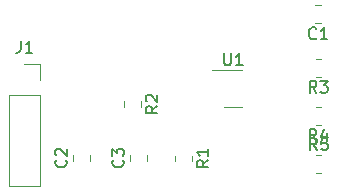
<source format=gbr>
%TF.GenerationSoftware,KiCad,Pcbnew,7.0.9*%
%TF.CreationDate,2024-01-31T11:52:48-08:00*%
%TF.ProjectId,breakout,62726561-6b6f-4757-942e-6b696361645f,rev?*%
%TF.SameCoordinates,Original*%
%TF.FileFunction,Legend,Top*%
%TF.FilePolarity,Positive*%
%FSLAX46Y46*%
G04 Gerber Fmt 4.6, Leading zero omitted, Abs format (unit mm)*
G04 Created by KiCad (PCBNEW 7.0.9) date 2024-01-31 11:52:48*
%MOMM*%
%LPD*%
G01*
G04 APERTURE LIST*
%ADD10C,0.150000*%
%ADD11C,0.120000*%
G04 APERTURE END LIST*
D10*
X147198595Y-88428819D02*
X147198595Y-89238342D01*
X147198595Y-89238342D02*
X147246214Y-89333580D01*
X147246214Y-89333580D02*
X147293833Y-89381200D01*
X147293833Y-89381200D02*
X147389071Y-89428819D01*
X147389071Y-89428819D02*
X147579547Y-89428819D01*
X147579547Y-89428819D02*
X147674785Y-89381200D01*
X147674785Y-89381200D02*
X147722404Y-89333580D01*
X147722404Y-89333580D02*
X147770023Y-89238342D01*
X147770023Y-89238342D02*
X147770023Y-88428819D01*
X148770023Y-89428819D02*
X148198595Y-89428819D01*
X148484309Y-89428819D02*
X148484309Y-88428819D01*
X148484309Y-88428819D02*
X148389071Y-88571676D01*
X148389071Y-88571676D02*
X148293833Y-88666914D01*
X148293833Y-88666914D02*
X148198595Y-88714533D01*
X155043333Y-96594819D02*
X154710000Y-96118628D01*
X154471905Y-96594819D02*
X154471905Y-95594819D01*
X154471905Y-95594819D02*
X154852857Y-95594819D01*
X154852857Y-95594819D02*
X154948095Y-95642438D01*
X154948095Y-95642438D02*
X154995714Y-95690057D01*
X154995714Y-95690057D02*
X155043333Y-95785295D01*
X155043333Y-95785295D02*
X155043333Y-95928152D01*
X155043333Y-95928152D02*
X154995714Y-96023390D01*
X154995714Y-96023390D02*
X154948095Y-96071009D01*
X154948095Y-96071009D02*
X154852857Y-96118628D01*
X154852857Y-96118628D02*
X154471905Y-96118628D01*
X155948095Y-95594819D02*
X155471905Y-95594819D01*
X155471905Y-95594819D02*
X155424286Y-96071009D01*
X155424286Y-96071009D02*
X155471905Y-96023390D01*
X155471905Y-96023390D02*
X155567143Y-95975771D01*
X155567143Y-95975771D02*
X155805238Y-95975771D01*
X155805238Y-95975771D02*
X155900476Y-96023390D01*
X155900476Y-96023390D02*
X155948095Y-96071009D01*
X155948095Y-96071009D02*
X155995714Y-96166247D01*
X155995714Y-96166247D02*
X155995714Y-96404342D01*
X155995714Y-96404342D02*
X155948095Y-96499580D01*
X155948095Y-96499580D02*
X155900476Y-96547200D01*
X155900476Y-96547200D02*
X155805238Y-96594819D01*
X155805238Y-96594819D02*
X155567143Y-96594819D01*
X155567143Y-96594819D02*
X155471905Y-96547200D01*
X155471905Y-96547200D02*
X155424286Y-96499580D01*
X155027333Y-95830819D02*
X154694000Y-95354628D01*
X154455905Y-95830819D02*
X154455905Y-94830819D01*
X154455905Y-94830819D02*
X154836857Y-94830819D01*
X154836857Y-94830819D02*
X154932095Y-94878438D01*
X154932095Y-94878438D02*
X154979714Y-94926057D01*
X154979714Y-94926057D02*
X155027333Y-95021295D01*
X155027333Y-95021295D02*
X155027333Y-95164152D01*
X155027333Y-95164152D02*
X154979714Y-95259390D01*
X154979714Y-95259390D02*
X154932095Y-95307009D01*
X154932095Y-95307009D02*
X154836857Y-95354628D01*
X154836857Y-95354628D02*
X154455905Y-95354628D01*
X155884476Y-95164152D02*
X155884476Y-95830819D01*
X155646381Y-94783200D02*
X155408286Y-95497485D01*
X155408286Y-95497485D02*
X156027333Y-95497485D01*
X155027333Y-91750819D02*
X154694000Y-91274628D01*
X154455905Y-91750819D02*
X154455905Y-90750819D01*
X154455905Y-90750819D02*
X154836857Y-90750819D01*
X154836857Y-90750819D02*
X154932095Y-90798438D01*
X154932095Y-90798438D02*
X154979714Y-90846057D01*
X154979714Y-90846057D02*
X155027333Y-90941295D01*
X155027333Y-90941295D02*
X155027333Y-91084152D01*
X155027333Y-91084152D02*
X154979714Y-91179390D01*
X154979714Y-91179390D02*
X154932095Y-91227009D01*
X154932095Y-91227009D02*
X154836857Y-91274628D01*
X154836857Y-91274628D02*
X154455905Y-91274628D01*
X155360667Y-90750819D02*
X155979714Y-90750819D01*
X155979714Y-90750819D02*
X155646381Y-91131771D01*
X155646381Y-91131771D02*
X155789238Y-91131771D01*
X155789238Y-91131771D02*
X155884476Y-91179390D01*
X155884476Y-91179390D02*
X155932095Y-91227009D01*
X155932095Y-91227009D02*
X155979714Y-91322247D01*
X155979714Y-91322247D02*
X155979714Y-91560342D01*
X155979714Y-91560342D02*
X155932095Y-91655580D01*
X155932095Y-91655580D02*
X155884476Y-91703200D01*
X155884476Y-91703200D02*
X155789238Y-91750819D01*
X155789238Y-91750819D02*
X155503524Y-91750819D01*
X155503524Y-91750819D02*
X155408286Y-91703200D01*
X155408286Y-91703200D02*
X155360667Y-91655580D01*
X141550819Y-92876666D02*
X141074628Y-93209999D01*
X141550819Y-93448094D02*
X140550819Y-93448094D01*
X140550819Y-93448094D02*
X140550819Y-93067142D01*
X140550819Y-93067142D02*
X140598438Y-92971904D01*
X140598438Y-92971904D02*
X140646057Y-92924285D01*
X140646057Y-92924285D02*
X140741295Y-92876666D01*
X140741295Y-92876666D02*
X140884152Y-92876666D01*
X140884152Y-92876666D02*
X140979390Y-92924285D01*
X140979390Y-92924285D02*
X141027009Y-92971904D01*
X141027009Y-92971904D02*
X141074628Y-93067142D01*
X141074628Y-93067142D02*
X141074628Y-93448094D01*
X140646057Y-92495713D02*
X140598438Y-92448094D01*
X140598438Y-92448094D02*
X140550819Y-92352856D01*
X140550819Y-92352856D02*
X140550819Y-92114761D01*
X140550819Y-92114761D02*
X140598438Y-92019523D01*
X140598438Y-92019523D02*
X140646057Y-91971904D01*
X140646057Y-91971904D02*
X140741295Y-91924285D01*
X140741295Y-91924285D02*
X140836533Y-91924285D01*
X140836533Y-91924285D02*
X140979390Y-91971904D01*
X140979390Y-91971904D02*
X141550819Y-92543332D01*
X141550819Y-92543332D02*
X141550819Y-91924285D01*
X145868819Y-97464666D02*
X145392628Y-97797999D01*
X145868819Y-98036094D02*
X144868819Y-98036094D01*
X144868819Y-98036094D02*
X144868819Y-97655142D01*
X144868819Y-97655142D02*
X144916438Y-97559904D01*
X144916438Y-97559904D02*
X144964057Y-97512285D01*
X144964057Y-97512285D02*
X145059295Y-97464666D01*
X145059295Y-97464666D02*
X145202152Y-97464666D01*
X145202152Y-97464666D02*
X145297390Y-97512285D01*
X145297390Y-97512285D02*
X145345009Y-97559904D01*
X145345009Y-97559904D02*
X145392628Y-97655142D01*
X145392628Y-97655142D02*
X145392628Y-98036094D01*
X145868819Y-96512285D02*
X145868819Y-97083713D01*
X145868819Y-96797999D02*
X144868819Y-96797999D01*
X144868819Y-96797999D02*
X145011676Y-96893237D01*
X145011676Y-96893237D02*
X145106914Y-96988475D01*
X145106914Y-96988475D02*
X145154533Y-97083713D01*
X129968666Y-87362819D02*
X129968666Y-88077104D01*
X129968666Y-88077104D02*
X129921047Y-88219961D01*
X129921047Y-88219961D02*
X129825809Y-88315200D01*
X129825809Y-88315200D02*
X129682952Y-88362819D01*
X129682952Y-88362819D02*
X129587714Y-88362819D01*
X130968666Y-88362819D02*
X130397238Y-88362819D01*
X130682952Y-88362819D02*
X130682952Y-87362819D01*
X130682952Y-87362819D02*
X130587714Y-87505676D01*
X130587714Y-87505676D02*
X130492476Y-87600914D01*
X130492476Y-87600914D02*
X130397238Y-87648533D01*
X138633580Y-97448666D02*
X138681200Y-97496285D01*
X138681200Y-97496285D02*
X138728819Y-97639142D01*
X138728819Y-97639142D02*
X138728819Y-97734380D01*
X138728819Y-97734380D02*
X138681200Y-97877237D01*
X138681200Y-97877237D02*
X138585961Y-97972475D01*
X138585961Y-97972475D02*
X138490723Y-98020094D01*
X138490723Y-98020094D02*
X138300247Y-98067713D01*
X138300247Y-98067713D02*
X138157390Y-98067713D01*
X138157390Y-98067713D02*
X137966914Y-98020094D01*
X137966914Y-98020094D02*
X137871676Y-97972475D01*
X137871676Y-97972475D02*
X137776438Y-97877237D01*
X137776438Y-97877237D02*
X137728819Y-97734380D01*
X137728819Y-97734380D02*
X137728819Y-97639142D01*
X137728819Y-97639142D02*
X137776438Y-97496285D01*
X137776438Y-97496285D02*
X137824057Y-97448666D01*
X137728819Y-97115332D02*
X137728819Y-96496285D01*
X137728819Y-96496285D02*
X138109771Y-96829618D01*
X138109771Y-96829618D02*
X138109771Y-96686761D01*
X138109771Y-96686761D02*
X138157390Y-96591523D01*
X138157390Y-96591523D02*
X138205009Y-96543904D01*
X138205009Y-96543904D02*
X138300247Y-96496285D01*
X138300247Y-96496285D02*
X138538342Y-96496285D01*
X138538342Y-96496285D02*
X138633580Y-96543904D01*
X138633580Y-96543904D02*
X138681200Y-96591523D01*
X138681200Y-96591523D02*
X138728819Y-96686761D01*
X138728819Y-96686761D02*
X138728819Y-96972475D01*
X138728819Y-96972475D02*
X138681200Y-97067713D01*
X138681200Y-97067713D02*
X138633580Y-97115332D01*
X133807580Y-97448666D02*
X133855200Y-97496285D01*
X133855200Y-97496285D02*
X133902819Y-97639142D01*
X133902819Y-97639142D02*
X133902819Y-97734380D01*
X133902819Y-97734380D02*
X133855200Y-97877237D01*
X133855200Y-97877237D02*
X133759961Y-97972475D01*
X133759961Y-97972475D02*
X133664723Y-98020094D01*
X133664723Y-98020094D02*
X133474247Y-98067713D01*
X133474247Y-98067713D02*
X133331390Y-98067713D01*
X133331390Y-98067713D02*
X133140914Y-98020094D01*
X133140914Y-98020094D02*
X133045676Y-97972475D01*
X133045676Y-97972475D02*
X132950438Y-97877237D01*
X132950438Y-97877237D02*
X132902819Y-97734380D01*
X132902819Y-97734380D02*
X132902819Y-97639142D01*
X132902819Y-97639142D02*
X132950438Y-97496285D01*
X132950438Y-97496285D02*
X132998057Y-97448666D01*
X132998057Y-97067713D02*
X132950438Y-97020094D01*
X132950438Y-97020094D02*
X132902819Y-96924856D01*
X132902819Y-96924856D02*
X132902819Y-96686761D01*
X132902819Y-96686761D02*
X132950438Y-96591523D01*
X132950438Y-96591523D02*
X132998057Y-96543904D01*
X132998057Y-96543904D02*
X133093295Y-96496285D01*
X133093295Y-96496285D02*
X133188533Y-96496285D01*
X133188533Y-96496285D02*
X133331390Y-96543904D01*
X133331390Y-96543904D02*
X133902819Y-97115332D01*
X133902819Y-97115332D02*
X133902819Y-96496285D01*
X155005833Y-87129580D02*
X154958214Y-87177200D01*
X154958214Y-87177200D02*
X154815357Y-87224819D01*
X154815357Y-87224819D02*
X154720119Y-87224819D01*
X154720119Y-87224819D02*
X154577262Y-87177200D01*
X154577262Y-87177200D02*
X154482024Y-87081961D01*
X154482024Y-87081961D02*
X154434405Y-86986723D01*
X154434405Y-86986723D02*
X154386786Y-86796247D01*
X154386786Y-86796247D02*
X154386786Y-86653390D01*
X154386786Y-86653390D02*
X154434405Y-86462914D01*
X154434405Y-86462914D02*
X154482024Y-86367676D01*
X154482024Y-86367676D02*
X154577262Y-86272438D01*
X154577262Y-86272438D02*
X154720119Y-86224819D01*
X154720119Y-86224819D02*
X154815357Y-86224819D01*
X154815357Y-86224819D02*
X154958214Y-86272438D01*
X154958214Y-86272438D02*
X155005833Y-86320057D01*
X155958214Y-87224819D02*
X155386786Y-87224819D01*
X155672500Y-87224819D02*
X155672500Y-86224819D01*
X155672500Y-86224819D02*
X155577262Y-86367676D01*
X155577262Y-86367676D02*
X155482024Y-86462914D01*
X155482024Y-86462914D02*
X155386786Y-86510533D01*
D11*
%TO.C,U1*%
X147960500Y-92934000D02*
X147160500Y-92934000D01*
X147960500Y-89814000D02*
X148760500Y-89814000D01*
X147960500Y-92934000D02*
X148760500Y-92934000D01*
X147960500Y-89814000D02*
X146160500Y-89814000D01*
%TO.C,R5*%
X154982936Y-97055000D02*
X155437064Y-97055000D01*
X154982936Y-98525000D02*
X155437064Y-98525000D01*
%TO.C,R4*%
X155421064Y-94461000D02*
X154966936Y-94461000D01*
X155421064Y-92991000D02*
X154966936Y-92991000D01*
%TO.C,R3*%
X155421064Y-90381000D02*
X154966936Y-90381000D01*
X155421064Y-88911000D02*
X154966936Y-88911000D01*
%TO.C,R2*%
X140181000Y-92482936D02*
X140181000Y-92937064D01*
X138711000Y-92482936D02*
X138711000Y-92937064D01*
%TO.C,R1*%
X144499000Y-97070936D02*
X144499000Y-97525064D01*
X143029000Y-97070936D02*
X143029000Y-97525064D01*
%TO.C,J1*%
X130302000Y-89348000D02*
X131632000Y-89348000D01*
X131632000Y-89348000D02*
X131632000Y-90678000D01*
X128972000Y-91948000D02*
X128972000Y-99628000D01*
X128972000Y-91948000D02*
X131632000Y-91948000D01*
X131632000Y-91948000D02*
X131632000Y-99628000D01*
X128972000Y-99628000D02*
X131632000Y-99628000D01*
%TO.C,C3*%
X139219000Y-97543252D02*
X139219000Y-97020748D01*
X140689000Y-97543252D02*
X140689000Y-97020748D01*
%TO.C,C2*%
X135863000Y-97543252D02*
X135863000Y-97020748D01*
X134393000Y-97543252D02*
X134393000Y-97020748D01*
%TO.C,C1*%
X155433752Y-84355000D02*
X154911248Y-84355000D01*
X155433752Y-85825000D02*
X154911248Y-85825000D01*
%TD*%
M02*

</source>
